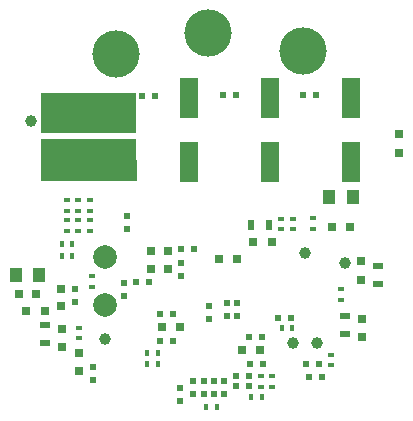
<source format=gbr>
G04 #@! TF.GenerationSoftware,KiCad,Pcbnew,(5.1.8)-1*
G04 #@! TF.CreationDate,2020-11-22T18:17:10-08:00*
G04 #@! TF.ProjectId,Thruster_Controller_V2,54687275-7374-4657-925f-436f6e74726f,rev?*
G04 #@! TF.SameCoordinates,Original*
G04 #@! TF.FileFunction,Soldermask,Top*
G04 #@! TF.FilePolarity,Negative*
%FSLAX46Y46*%
G04 Gerber Fmt 4.6, Leading zero omitted, Abs format (unit mm)*
G04 Created by KiCad (PCBNEW (5.1.8)-1) date 2020-11-22 18:17:10*
%MOMM*%
%LPD*%
G01*
G04 APERTURE LIST*
%ADD10C,0.100000*%
%ADD11R,1.600000X3.500000*%
%ADD12R,0.500000X0.600000*%
%ADD13C,0.990600*%
%ADD14C,4.000000*%
%ADD15R,0.750000X0.800000*%
%ADD16R,0.800000X0.750000*%
%ADD17R,0.800000X0.800000*%
%ADD18R,0.400000X0.600000*%
%ADD19R,0.600000X0.500000*%
%ADD20R,0.600000X0.400000*%
%ADD21R,2.500000X1.850000*%
%ADD22C,2.000000*%
%ADD23R,0.900000X0.500000*%
%ADD24C,1.000000*%
%ADD25R,1.000000X1.250000*%
%ADD26R,0.500000X0.900000*%
G04 APERTURE END LIST*
D10*
G36*
X93662500Y-95050000D02*
G01*
X85600000Y-95050000D01*
X85600000Y-91550000D01*
X93637500Y-91550000D01*
X93662500Y-95050000D01*
G37*
X93662500Y-95050000D02*
X85600000Y-95050000D01*
X85600000Y-91550000D01*
X93637500Y-91550000D01*
X93662500Y-95050000D01*
G36*
X93612500Y-91000000D02*
G01*
X85625000Y-90975000D01*
X85625000Y-87650000D01*
X93587500Y-87650000D01*
X93612500Y-91000000D01*
G37*
X93612500Y-91000000D02*
X85625000Y-90975000D01*
X85625000Y-87650000D01*
X93587500Y-87650000D01*
X93612500Y-91000000D01*
D11*
X98150000Y-88100000D03*
X98150000Y-93500000D03*
X105000000Y-88100000D03*
X105000000Y-93500000D03*
X111850000Y-88100000D03*
X111850000Y-93500000D03*
D12*
X102250000Y-105500000D03*
X102250000Y-106600000D03*
D13*
X106984000Y-108810000D03*
X109016000Y-108810000D03*
X108000000Y-101190000D03*
D12*
X97475000Y-103150000D03*
X97475000Y-102050000D03*
D14*
X91950000Y-84400000D03*
X99800000Y-82600000D03*
X107800000Y-84150000D03*
D15*
X96350000Y-102550000D03*
X96350000Y-101050000D03*
X94950000Y-102550000D03*
X94950000Y-101050000D03*
D16*
X100700000Y-101725000D03*
X102200000Y-101725000D03*
D17*
X105175000Y-100300000D03*
X103575000Y-100300000D03*
X112725000Y-101875000D03*
X112725000Y-103475000D03*
D18*
X99625000Y-114300000D03*
X100525000Y-114300000D03*
D17*
X115925000Y-91125000D03*
X115925000Y-92725000D03*
D19*
X104400000Y-110600000D03*
X103300000Y-110600000D03*
X108300000Y-111700000D03*
X109400000Y-111700000D03*
D12*
X90000000Y-112000000D03*
X90000000Y-110900000D03*
D19*
X108050000Y-110650000D03*
X109150000Y-110650000D03*
D12*
X92950000Y-98125000D03*
X92950000Y-99225000D03*
D20*
X88800000Y-96750000D03*
X88800000Y-97650000D03*
X87800000Y-96750000D03*
X87800000Y-97650000D03*
X89800000Y-96750000D03*
X89800000Y-97650000D03*
X88800000Y-98450000D03*
X88800000Y-99350000D03*
X87800000Y-98450000D03*
X87800000Y-99350000D03*
X89800000Y-98450000D03*
X89800000Y-99350000D03*
D18*
X87400000Y-101500000D03*
X88300000Y-101500000D03*
X88300000Y-100500000D03*
X87400000Y-100500000D03*
D21*
X89900000Y-89175000D03*
X89825000Y-93550000D03*
D18*
X106900000Y-107600000D03*
X106000000Y-107600000D03*
D12*
X88500000Y-105350000D03*
X88500000Y-104250000D03*
D15*
X87350000Y-104250000D03*
X87350000Y-105750000D03*
D20*
X89950000Y-104100000D03*
X89950000Y-103200000D03*
D22*
X91050000Y-105600000D03*
X91050000Y-101600000D03*
D17*
X112825000Y-108375000D03*
X112825000Y-106775000D03*
D23*
X111375000Y-106600000D03*
X111375000Y-108100000D03*
D24*
X111375000Y-102050000D03*
D25*
X112050000Y-96450000D03*
X110050000Y-96450000D03*
D16*
X110300000Y-99050000D03*
X111800000Y-99050000D03*
D19*
X97500000Y-100900000D03*
X98600000Y-100900000D03*
X107850000Y-87850000D03*
X108950000Y-87850000D03*
X101050000Y-87850000D03*
X102150000Y-87850000D03*
X94200000Y-87900000D03*
X95300000Y-87900000D03*
D16*
X97400000Y-107525000D03*
X95900000Y-107525000D03*
X102675000Y-109475000D03*
X104175000Y-109475000D03*
D12*
X99400000Y-113125000D03*
X99400000Y-112025000D03*
D15*
X87450000Y-109200000D03*
X87450000Y-107700000D03*
D12*
X100275000Y-113125000D03*
X100275000Y-112025000D03*
D15*
X88850000Y-111175000D03*
X88850000Y-109675000D03*
D12*
X101150000Y-113125000D03*
X101150000Y-112025000D03*
D19*
X103250000Y-111625000D03*
X102150000Y-111625000D03*
D12*
X98525000Y-113125000D03*
X98525000Y-112025000D03*
D19*
X103250000Y-112500000D03*
X102150000Y-112500000D03*
X104375000Y-108350000D03*
X103275000Y-108350000D03*
D12*
X97375000Y-113775000D03*
X97375000Y-112675000D03*
D19*
X105720000Y-106720000D03*
X106820000Y-106720000D03*
X94750000Y-103700000D03*
X93650000Y-103700000D03*
D12*
X92700000Y-104850000D03*
X92700000Y-103750000D03*
X101375000Y-105500000D03*
X101375000Y-106600000D03*
D19*
X95700000Y-108650000D03*
X96800000Y-108650000D03*
X95700000Y-106400000D03*
X96800000Y-106400000D03*
D12*
X99850000Y-105750000D03*
X99850000Y-106850000D03*
D20*
X88850000Y-107560000D03*
X88850000Y-108460000D03*
X106975000Y-98325000D03*
X106975000Y-99225000D03*
X104225000Y-111650000D03*
X104225000Y-112550000D03*
X105975000Y-99225000D03*
X105975000Y-98325000D03*
D26*
X103425000Y-98875000D03*
X104925000Y-98875000D03*
D18*
X103450000Y-113425000D03*
X104350000Y-113425000D03*
D20*
X105200000Y-111650000D03*
X105200000Y-112550000D03*
D23*
X114150000Y-103850000D03*
X114150000Y-102350000D03*
D20*
X108700000Y-98300000D03*
X108700000Y-99200000D03*
X110150000Y-110750000D03*
X110150000Y-109850000D03*
X111050000Y-105200000D03*
X111050000Y-104300000D03*
D18*
X95540000Y-109680000D03*
X94640000Y-109680000D03*
X95550000Y-110640000D03*
X94650000Y-110640000D03*
D24*
X84775000Y-90050000D03*
D25*
X85500000Y-103100000D03*
X83500000Y-103100000D03*
D16*
X83750000Y-104700000D03*
X85250000Y-104700000D03*
D17*
X85950000Y-106100000D03*
X84350000Y-106100000D03*
D23*
X86000000Y-107350000D03*
X86000000Y-108850000D03*
D24*
X91050000Y-108550000D03*
M02*

</source>
